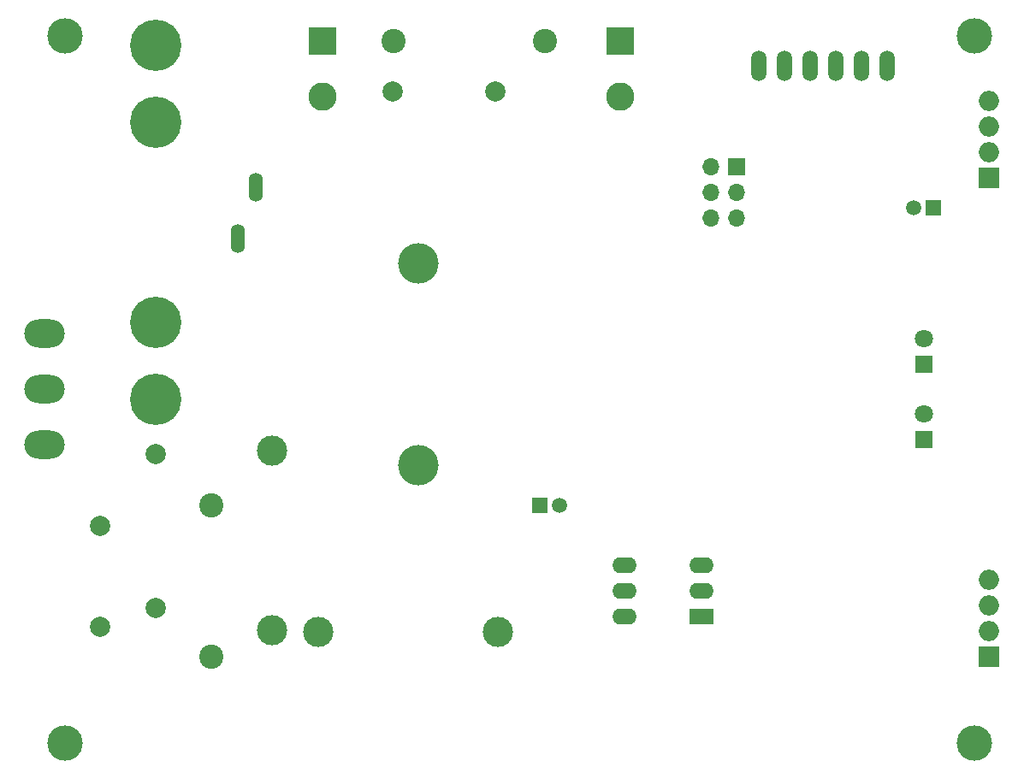
<source format=gts>
G04 #@! TF.GenerationSoftware,KiCad,Pcbnew,no-vcs-found-f12b19d~59~ubuntu16.04.1*
G04 #@! TF.CreationDate,2017-08-22T16:20:07+03:00*
G04 #@! TF.ProjectId,ssr,7373722E6B696361645F706362000000,rev?*
G04 #@! TF.SameCoordinates,Original*
G04 #@! TF.FileFunction,Soldermask,Top*
G04 #@! TF.FilePolarity,Negative*
%FSLAX46Y46*%
G04 Gerber Fmt 4.6, Leading zero omitted, Abs format (unit mm)*
G04 Created by KiCad (PCBNEW no-vcs-found-f12b19d~59~ubuntu16.04.1) date Tue Aug 22 16:20:07 2017*
%MOMM*%
%LPD*%
G01*
G04 APERTURE LIST*
%ADD10O,1.998980X1.998980*%
%ADD11R,1.998980X1.998980*%
%ADD12C,2.400000*%
%ADD13O,2.400000X1.600000*%
%ADD14R,2.400000X1.600000*%
%ADD15C,2.000000*%
%ADD16R,1.800000X1.800000*%
%ADD17C,1.800000*%
%ADD18C,3.500120*%
%ADD19C,2.999740*%
%ADD20O,4.000000X2.800000*%
%ADD21C,5.080000*%
%ADD22O,1.506220X3.014980*%
%ADD23C,4.000500*%
%ADD24O,1.422400X2.844800*%
%ADD25C,1.998980*%
%ADD26R,1.500000X1.500000*%
%ADD27C,1.500000*%
%ADD28O,1.700000X1.700000*%
%ADD29R,1.700000X1.700000*%
%ADD30R,2.800000X2.800000*%
%ADD31C,2.800000*%
G04 APERTURE END LIST*
D10*
X196500000Y-78880000D03*
D11*
X196500000Y-86500000D03*
D10*
X196500000Y-83960000D03*
X196500000Y-81420000D03*
X196500000Y-31420000D03*
D11*
X196500000Y-39040000D03*
D10*
X196500000Y-36500000D03*
X196500000Y-33960000D03*
D12*
X119500000Y-86500000D03*
X119500000Y-71500000D03*
D13*
X160380000Y-82500000D03*
X168000000Y-77420000D03*
X160380000Y-79960000D03*
X168000000Y-79960000D03*
X160380000Y-77420000D03*
D14*
X168000000Y-82500000D03*
D15*
X108500000Y-83500000D03*
X108500000Y-73500000D03*
D12*
X137500000Y-25500000D03*
X152500000Y-25500000D03*
D16*
X190000000Y-65000000D03*
D17*
X190000000Y-62460000D03*
D16*
X190000000Y-57500000D03*
D17*
X190000000Y-54960000D03*
D18*
X105001260Y-94998740D03*
X105001260Y-24998880D03*
X195001080Y-24998880D03*
X195001080Y-94998740D03*
D19*
X147890000Y-84000000D03*
X130110000Y-84000000D03*
D20*
X103000000Y-65524500D03*
X103000000Y-60000000D03*
X103000000Y-54475500D03*
D21*
X114000000Y-61000000D03*
X114000000Y-53380000D03*
X114000000Y-25948000D03*
X114000000Y-33568000D03*
D22*
X173650000Y-28000000D03*
X176190000Y-28000000D03*
X178730000Y-28000000D03*
X181270000Y-28000000D03*
X183810000Y-28000000D03*
X186350000Y-28000000D03*
D23*
X139999960Y-67500000D03*
X139999960Y-47500040D03*
D24*
X122111000Y-45040000D03*
X123889000Y-39960000D03*
D25*
X137420000Y-30500000D03*
X147580000Y-30500000D03*
D19*
X125500000Y-83890000D03*
X125500000Y-66110000D03*
D25*
X114000000Y-81620000D03*
X114000000Y-66380000D03*
D26*
X152000000Y-71500000D03*
D27*
X154000000Y-71500000D03*
D26*
X191000000Y-42000000D03*
D27*
X189000000Y-42000000D03*
D28*
X168960000Y-43080000D03*
X171500000Y-43080000D03*
X168960000Y-40540000D03*
X171500000Y-40540000D03*
X168960000Y-38000000D03*
D29*
X171500000Y-38000000D03*
D30*
X130500000Y-25500000D03*
D31*
X130500000Y-31000000D03*
X160000000Y-31000000D03*
D30*
X160000000Y-25500000D03*
M02*

</source>
